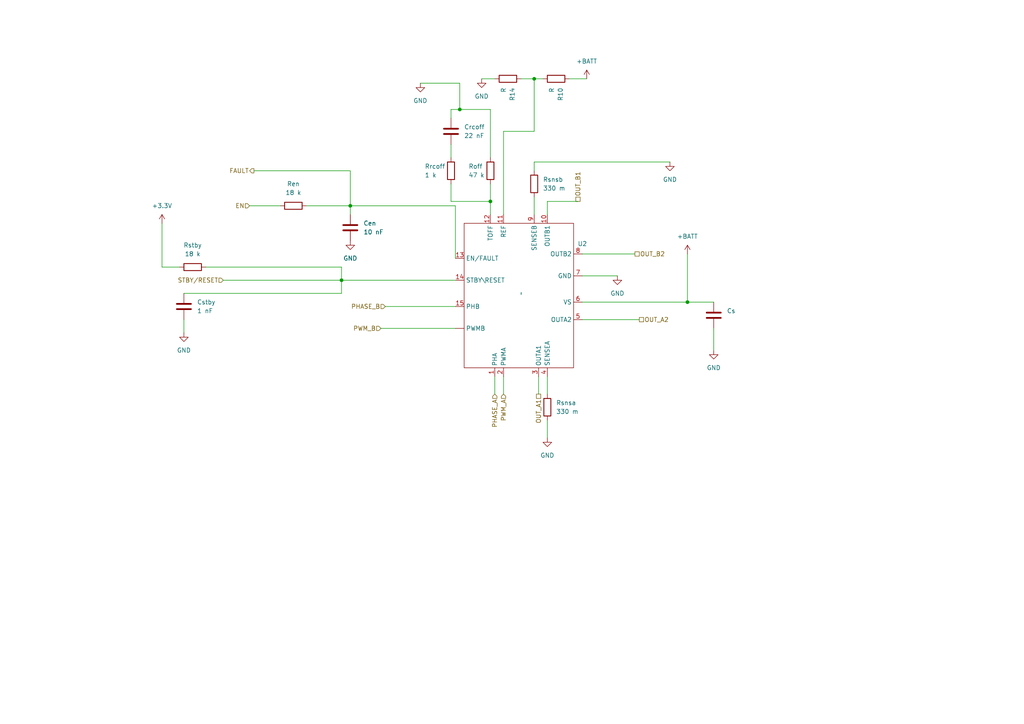
<source format=kicad_sch>
(kicad_sch (version 20230121) (generator eeschema)
  (paper "A4")
  (lib_symbols
    (symbol "Device:C" (pin_numbers hide) (pin_names (offset 0.254))
      (property "Reference" "C" (at 0.635 2.54 0))
      (property "Value" "C" (at 0.635 -2.54 0))
      (symbol "C_0_1"
        (polyline (pts (xy -2.032 -0.762) (xy 2.032 -0.762)) (stroke (width 0.508)))
        (polyline (pts (xy -2.032 0.762) (xy 2.032 0.762)) (stroke (width 0.508)))
      )
      (symbol "C_1_1"
        (pin passive line (at 0 3.81 270) (length 2.794) (name "~") (number "1"))
        (pin passive line (at 0 -3.81 90) (length 2.794) (name "~") (number "2"))
      )
    )
    (symbol "Device:R" (pin_numbers hide) (pin_names (offset 0))
      (property "Reference" "R" (at 2.032 0 90))
      (property "Value" "R" (at 0 0 90))
      (symbol "R_0_1"
        (rectangle (start -1.016 -2.54) (end 1.016 2.54) (stroke (width 0.254)))
      )
      (symbol "R_1_1"
        (pin passive line (at 0 3.81 270) (length 1.27) (name "~") (number "1"))
        (pin passive line (at 0 -3.81 90) (length 1.27) (name "~") (number "2"))
      )
    )
    (symbol "STM:STSPIN240"
      (property "Reference" "U" (at 0 0 0))
      (symbol "STSPIN240_0_1"
        (rectangle (start -21.59 16.51) (end 20.32 -15.24))
      )
      (symbol "STSPIN240_1_1"
        (pin input line (at -10.16 19.05 270) (length 2.54) (name "PWMB") (number ""))
        (pin input line (at -24.13 7.62 0) (length 2.54) (name "PHA") (number "1"))
        (pin power_out line (at 22.86 -7.62 180) (length 2.54) (name "OUTB1") (number "10"))
        (pin input line (at 22.86 5.08 180) (length 2.54) (name "REF") (number "11"))
        (pin input line (at 22.86 8.89 180) (length 2.54) (name "TOFF") (number "12"))
        (pin input line (at 10.16 19.05 270) (length 2.54) (name "EN/FAULT") (number "13"))
        (pin input line (at 3.81 19.05 270) (length 2.54) (name "STBY\\RESET") (number "14"))
        (pin input line (at -3.81 19.05 270) (length 2.54) (name "PHB") (number "15"))
        (pin input line (at -24.13 5.08 0) (length 2.54) (name "PWMA") (number "2"))
        (pin power_out line (at -24.13 -5.08 0) (length 2.54) (name "OUTA1") (number "3"))
        (pin power_out line (at -24.13 -7.62 0) (length 2.54) (name "SENSEA") (number "4"))
        (pin power_out line (at -7.62 -17.78 90) (length 2.54) (name "OUTA2") (number "5"))
        (pin power_in line (at -2.54 -17.78 90) (length 2.54) (name "VS") (number "6"))
        (pin power_in line (at 5.08 -17.78 90) (length 2.54) (name "GND") (number "7"))
        (pin power_out line (at 11.43 -17.78 90) (length 2.54) (name "OUTB2") (number "8"))
        (pin power_out line (at 22.86 -3.81 180) (length 2.54) (name "SENSEB") (number "9"))
      )
    )
    (symbol "power:+3.3V" (power) (pin_names (offset 0))
      (property "Value" "+3.3V" (at 0 3.556 0))
      (symbol "+3.3V_0_1"
        (polyline (pts (xy -0.762 1.27) (xy 0 2.54)))
        (polyline (pts (xy 0 0) (xy 0 2.54)))
        (polyline (pts (xy 0 2.54) (xy 0.762 1.27)))
      )
      (symbol "+3.3V_1_1"
        (pin power_in line (at 0 0 90) (length 0) hide (name "+3.3V") (number "1"))
      )
    )
    (symbol "power:+BATT" (power) (pin_names (offset 0))
      (property "Value" "+BATT" (at 0 3.556 0))
      (symbol "+BATT_0_1"
        (polyline (pts (xy -0.762 1.27) (xy 0 2.54)))
        (polyline (pts (xy 0 0) (xy 0 2.54)))
        (polyline (pts (xy 0 2.54) (xy 0.762 1.27)))
      )
      (symbol "+BATT_1_1"
        (pin power_in line (at 0 0 90) (length 0) hide (name "+BATT") (number "1"))
      )
    )
    (symbol "power:GND" (power) (pin_names (offset 0))
      (property "Value" "GND" (at 0 -3.81 0))
      (symbol "GND_0_1"
        (polyline (pts (xy 0 0) (xy 0 -1.27) (xy 1.27 -1.27) (xy 0 -2.54) (xy -1.27 -1.27) (xy 0 -1.27)))
      )
      (symbol "GND_1_1"
        (pin power_in line (at 0 0 270) (length 0) hide (name "GND") (number "1"))
      )
    )
  )
  (junction (at 142.24 58.42))
  (junction (at 99.06 81.28))
  (junction (at 133.35 31.75))
  (junction (at 154.94 22.86))
  (junction (at 101.6 59.69))
  (junction (at 199.39 87.63))
  (wire (pts (xy 133.35 24.13) (xy 133.35 31.75)))
  (wire (pts (xy 46.99 64.77) (xy 46.99 77.47)))
  (wire (pts (xy 73.66 49.53) (xy 101.6 49.53)))
  (wire (pts (xy 167.64 58.42) (xy 158.75 58.42)))
  (wire (pts (xy 53.34 92.71) (xy 53.34 96.52)))
  (wire (pts (xy 101.6 59.69) (xy 132.08 59.69)))
  (wire (pts (xy 154.94 57.15) (xy 154.94 62.23)))
  (wire (pts (xy 207.01 95.25) (xy 207.01 101.6)))
  (wire (pts (xy 130.81 58.42) (xy 142.24 58.42)))
  (wire (pts (xy 88.9 59.69) (xy 101.6 59.69)))
  (wire (pts (xy 143.51 109.22) (xy 143.51 114.3)))
  (wire (pts (xy 168.91 80.01) (xy 179.07 80.01)))
  (wire (pts (xy 146.05 109.22) (xy 146.05 114.3)))
  (wire (pts (xy 157.48 22.86) (xy 154.94 22.86)))
  (wire (pts (xy 46.99 77.47) (xy 52.07 77.47)))
  (wire (pts (xy 59.69 77.47) (xy 99.06 77.47)))
  (wire (pts (xy 99.06 77.47) (xy 99.06 81.28)))
  (wire (pts (xy 154.94 46.99) (xy 154.94 49.53)))
  (wire (pts (xy 194.31 46.99) (xy 154.94 46.99)))
  (wire (pts (xy 101.6 49.53) (xy 101.6 59.69)))
  (wire (pts (xy 142.24 45.72) (xy 142.24 31.75)))
  (wire (pts (xy 154.94 38.1) (xy 154.94 22.86)))
  (wire (pts (xy 130.81 31.75) (xy 133.35 31.75)))
  (wire (pts (xy 156.21 109.22) (xy 156.21 114.3)))
  (wire (pts (xy 158.75 58.42) (xy 158.75 62.23)))
  (wire (pts (xy 99.06 81.28) (xy 132.08 81.28)))
  (wire (pts (xy 146.05 62.23) (xy 146.05 38.1)))
  (wire (pts (xy 168.91 92.71) (xy 185.42 92.71)))
  (wire (pts (xy 146.05 38.1) (xy 154.94 38.1)))
  (wire (pts (xy 170.18 22.86) (xy 165.1 22.86)))
  (wire (pts (xy 142.24 53.34) (xy 142.24 58.42)))
  (wire (pts (xy 121.92 24.13) (xy 133.35 24.13)))
  (wire (pts (xy 130.81 41.91) (xy 130.81 45.72)))
  (wire (pts (xy 139.7 22.86) (xy 143.51 22.86)))
  (wire (pts (xy 199.39 73.66) (xy 199.39 87.63)))
  (wire (pts (xy 168.91 73.66) (xy 184.15 73.66)))
  (wire (pts (xy 130.81 31.75) (xy 130.81 34.29)))
  (wire (pts (xy 110.49 95.25) (xy 132.08 95.25)))
  (wire (pts (xy 133.35 31.75) (xy 142.24 31.75)))
  (wire (pts (xy 168.91 87.63) (xy 199.39 87.63)))
  (wire (pts (xy 158.75 109.22) (xy 158.75 114.3)))
  (wire (pts (xy 142.24 58.42) (xy 142.24 62.23)))
  (wire (pts (xy 99.06 81.28) (xy 99.06 85.09)))
  (wire (pts (xy 72.39 59.69) (xy 81.28 59.69)))
  (wire (pts (xy 53.34 85.09) (xy 99.06 85.09)))
  (wire (pts (xy 64.77 81.28) (xy 99.06 81.28)))
  (wire (pts (xy 132.08 88.9) (xy 111.76 88.9)))
  (wire (pts (xy 158.75 121.92) (xy 158.75 127)))
  (wire (pts (xy 101.6 62.23) (xy 101.6 59.69)))
  (wire (pts (xy 130.81 53.34) (xy 130.81 58.42)))
  (wire (pts (xy 154.94 22.86) (xy 151.13 22.86)))
  (wire (pts (xy 132.08 59.69) (xy 132.08 74.93)))
  (wire (pts (xy 199.39 87.63) (xy 207.01 87.63)))
  (hierarchical_label "PHASE_A" (shape input) (at 143.51 114.3 270))
  (hierarchical_label "OUT_A2" (shape passive) (at 185.42 92.71 0))
  (hierarchical_label "PWM_A" (shape input) (at 146.05 114.3 270))
  (hierarchical_label "FAULT" (shape output) (at 73.66 49.53 180))
  (hierarchical_label "PHASE_B" (shape input) (at 111.76 88.9 180))
  (hierarchical_label "PWM_B" (shape input) (at 110.49 95.25 180))
  (hierarchical_label "OUT_B2" (shape passive) (at 184.15 73.66 0))
  (hierarchical_label "OUT_A1" (shape passive) (at 156.21 114.3 270))
  (hierarchical_label "OUT_B1" (shape passive) (at 167.64 58.42 90))
  (hierarchical_label "STBY{slash}RESET" (shape input) (at 64.77 81.28 180))
  (hierarchical_label "EN" (shape input) (at 72.39 59.69 180))
  (symbol (lib_id "power:GND") (at 53.34 96.52 0) (unit 1)
    (property "Reference" "#PWR09" (effects hide))
    (property "Value" "GND" (at 53.34 101.6 0))
  )
  (symbol (lib_id "Device:R") (at 85.09 59.69 90) (unit 1)
    (property "Reference" "Ren" (at 85.09 53.34 90))
    (property "Value" "18 k" (at 85.09 55.88 90))
  )
  (symbol (lib_id "power:GND") (at 207.01 101.6 0) (unit 1)
    (property "Reference" "#PWR016" (effects hide))
    (property "Value" "GND" (at 207.01 106.68 0))
  )
  (symbol (lib_id "Device:C") (at 101.6 66.04 0) (unit 1)
    (property "Reference" "Cen" (at 105.41 64.77 0) (effects (justify left)))
    (property "Value" "10 nF" (at 105.41 67.31 0) (effects (justify left)))
  )
  (symbol (lib_id "Device:R") (at 147.32 22.86 270) (unit 1)
    (property "Reference" "R14" (at 148.59 25.4 0) (effects (justify left)))
    (property "Value" "R" (at 146.05 25.4 0) (effects (justify left)))
  )
  (symbol (lib_id "Device:R") (at 158.75 118.11 0) (unit 1)
    (property "Reference" "Rsnsa" (at 161.29 116.84 0) (effects (justify left)))
    (property "Value" "330 m" (at 161.29 119.38 0) (effects (justify left)))
  )
  (symbol (lib_id "power:GND") (at 139.7 22.86 0) (unit 1)
    (property "Reference" "#PWR011" (effects hide))
    (property "Value" "GND" (at 139.7 27.94 0))
  )
  (symbol (lib_id "Device:R") (at 161.29 22.86 270) (unit 1)
    (property "Reference" "R10" (at 162.56 25.4 0) (effects (justify left)))
    (property "Value" "R" (at 160.02 25.4 0) (effects (justify left)))
  )
  (symbol (lib_id "Device:C") (at 53.34 88.9 0) (unit 1)
    (property "Reference" "Cstby" (at 57.15 87.63 0) (effects (justify left)))
    (property "Value" "1 nF" (at 57.15 90.17 0) (effects (justify left)))
  )
  (symbol (lib_id "power:GND") (at 121.92 24.13 0) (unit 1)
    (property "Reference" "#PWR012" (effects hide))
    (property "Value" "GND" (at 121.92 29.21 0))
  )
  (symbol (lib_id "power:GND") (at 158.75 127 0) (unit 1)
    (property "Reference" "#PWR015" (effects hide))
    (property "Value" "GND" (at 158.75 132.08 0))
  )
  (symbol (lib_id "power:GND") (at 179.07 80.01 0) (unit 1)
    (property "Reference" "#PWR013" (effects hide))
    (property "Value" "GND" (at 179.07 85.09 0))
  )
  (symbol (lib_id "Device:C") (at 130.81 38.1 0) (unit 1)
    (property "Reference" "Crcoff" (at 134.62 36.83 0) (effects (justify left)))
    (property "Value" "22 nF" (at 134.62 39.37 0) (effects (justify left)))
  )
  (symbol (lib_id "power:+BATT") (at 199.39 73.66 0) (unit 1)
    (property "Reference" "#PWR017" (effects hide))
    (property "Value" "+BATT" (at 199.39 68.58 0))
  )
  (symbol (lib_id "power:GND") (at 194.31 46.99 0) (mirror y) (unit 1)
    (property "Reference" "#PWR014" (effects hide))
    (property "Value" "GND" (at 194.31 52.07 0))
  )
  (symbol (lib_id "power:+BATT") (at 170.18 22.86 0) (unit 1)
    (property "Reference" "#PWR026" (effects hide))
    (property "Value" "+BATT" (at 170.18 17.78 0))
  )
  (symbol (lib_id "Device:R") (at 130.81 49.53 0) (unit 1)
    (property "Reference" "Rrcoff" (at 123.19 48.26 0) (effects (justify left)))
    (property "Value" "1 k" (at 123.19 50.8 0) (effects (justify left)))
  )
  (symbol (lib_id "Device:R") (at 154.94 53.34 0) (unit 1)
    (property "Reference" "Rsnsb" (at 157.48 52.07 0) (effects (justify left)))
    (property "Value" "330 m" (at 157.48 54.61 0) (effects (justify left)))
  )
  (symbol (lib_id "power:+3.3V") (at 46.99 64.77 0) (unit 1)
    (property "Reference" "#PWR035" (effects hide))
    (property "Value" "+3.3V" (at 46.99 59.69 0))
  )
  (symbol (lib_id "Device:C") (at 207.01 91.44 0) (unit 1)
    (property "Reference" "Cs" (at 210.82 90.17 0) (effects (justify left)))
    (property "Value" "2.2 uF" (effects hide))
  )
  (symbol (lib_id "Device:R") (at 55.88 77.47 90) (unit 1)
    (property "Reference" "Rstby" (at 55.88 71.12 90))
    (property "Value" "18 k" (at 55.88 73.66 90))
  )
  (symbol (lib_id "STM:STSPIN240") (at 151.13 85.09 90) (unit 1)
    (property "Reference" "U2" (at 168.91 70.7039 90))
    (property "Value" "~" (at 151.13 85.09 0))
  )
  (symbol (lib_id "Device:R") (at 142.24 49.53 0) (unit 1)
    (property "Reference" "Roff" (at 135.89 48.26 0) (effects (justify left)))
    (property "Value" "47 k" (at 135.89 50.8 0) (effects (justify left)))
  )
  (symbol (lib_id "power:GND") (at 101.6 69.85 0) (unit 1)
    (property "Reference" "#PWR010" (effects hide))
    (property "Value" "GND" (at 101.6 74.93 0))
  )
)
</source>
